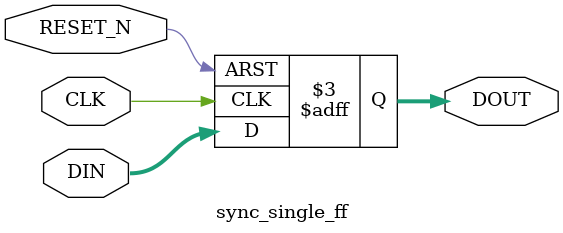
<source format=sv>
module sync_single_ff (
// *************************** Ports ********************************
        DIN ,
       DOUT ,
        CLK ,
    RESET_N              
 );
   
// ************************ Parameters ******************************
  parameter DATA_W   = 32  ;

// ********************** Inputs/Outputs ****************************
  input wire  [DATA_W-1:0]  DIN ;
  output reg  [DATA_W-1:0] DOUT ;
  input                     CLK ;
  input                 RESET_N ;                

// **************************  Regs  ********************************
  always @(posedge CLK or negedge RESET_N)
    begin
       if (!RESET_N) {DOUT } <= 0;
       else {DOUT} <= { DIN};
    end

endmodule // sync_single_ff
                                 
//*****************************************************************************


</source>
